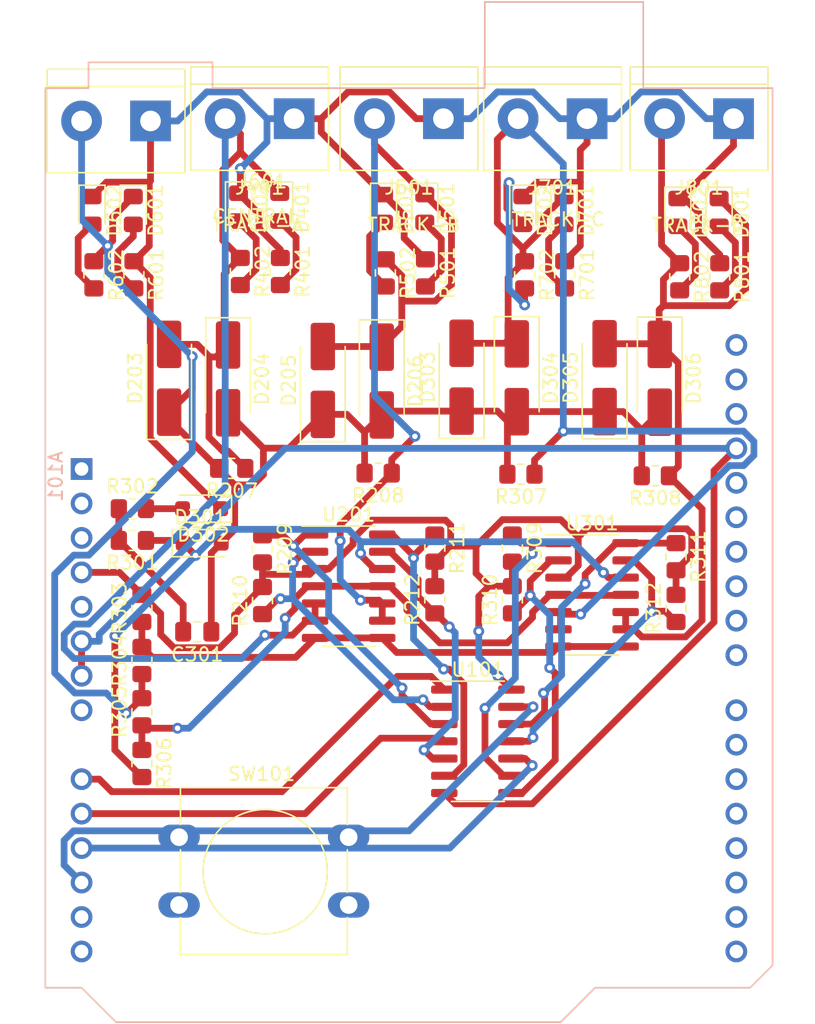
<source format=kicad_pcb>
(kicad_pcb (version 20240108) (generator "pcbnew") (generator_version "8.0")
  (layers (0 "F.Cu" signal) (31 "B.Cu" signal) (34 "B.Paste" user) (35 "F.Paste" user) (36 "B.SilkS" user "B.Silkscreen") (37 "F.SilkS" user "F.Silkscreen") (38 "B.Mask" user) (39 "F.Mask" user) (44 "Edge.Cuts" user))
  (net 0 "")
  (net 3 "+3V3")
  (net 4 "Net-(A101-~{RESET})")
  (net 13 "GND")
  (net 14 "/RAILCOM_D")
  (net 18 "/RAILCOM_C")
  (net 24 "/RAILCOM_A")
  (net 30 "/RAILCOM_B")
  (net 31 "/DCC_CENTRAL1")
  (net 32 "/central_railcom-power-source/DCC_NEG_HALF")
  (net 33 "-750mv")
  (net 34 "/DCC_CENTRAL0")
  (net 35 "Net-(D302-A)")
  (net 36 "+18mV")
  (net 37 "-18mv")
  (net 38 "/RAILCOM_A1")
  (net 39 "/RAILCOM_A0")
  (net 40 "/RAILCOM_B1")
  (net 41 "/RAILCOM_B0")
  (net 42 "/RAILCOM_C1")
  (net 43 "/RAILCOM_C0")
  (net 44 "/RAILCOM_D1")
  (net 45 "/RAILCOM_D0")
  (net 46 "/DCC_TRACK_A0")
  (net 47 "/DCC_TRACK_B0")
  (net 48 "/DCC_TRACK_C0")
  (net 49 "/DCC_TRACK_D0")
  (net 50 "Net-(D401-A)")
  (net 51 "Net-(D402-A)")
  (net 52 "Net-(D501-A)")
  (net 53 "Net-(D502-A)")
  (net 54 "Net-(D601-A)")
  (net 55 "Net-(D602-A)")
  (net 56 "Net-(D701-A)")
  (net 57 "Net-(D702-A)")
  (net 58 "Net-(D801-A)")
  (net 59 "Net-(D802-A)")
  (footprint "Resistor_SMD:R_0805_2012Metric_Pad1.20x1.40mm_HandSolder" (layer "F.Cu") (at 136.16 60.38 -90)
    (property "Reference" "R802")
    (property "Value" "3k3")
  )
  (footprint "Resistor_SMD:R_0805_2012Metric_Pad1.20x1.40mm_HandSolder" (layer "F.Cu") (at 118.11 80.375 -90)
    (property "Reference" "R211")
    (property "Value" "10K")
  )
  (footprint "Resistor_SMD:R_0805_2012Metric_Pad1.20x1.40mm_HandSolder" (layer "F.Cu") (at 113.935 74.85 180)
    (property "Reference" "R208")
    (property "Value" "1R8")
  )
  (footprint "TerminalBlock:TerminalBlock_bornier-2_P5.08mm" (layer "F.Cu") (at 129.33 48.725 180)
    (property "Reference" "J701")
    (property "Value" "Screw_Terminal_01x02")
  )
  (footprint "Resistor_SMD:R_0805_2012Metric_Pad1.20x1.40mm_HandSolder" (layer "F.Cu") (at 95.82 79.81 180)
    (property "Reference" "R301")
    (property "Value" "220R")
  )
  (footprint "Resistor_SMD:R_0805_2012Metric_Pad1.20x1.40mm_HandSolder" (layer "F.Cu") (at 95.82 77.47)
    (property "Reference" "R302")
    (property "Value" "220R")
  )
  (footprint "Package_SO:SOIC-14_3.9x8.7mm_P1.27mm" (layer "F.Cu") (at 111.76 83.185)
    (property "Reference" "U201")
    (property "Value" "LM339")
  )
  (footprint "Resistor_SMD:R_0805_2012Metric_Pad1.20x1.40mm_HandSolder" (layer "F.Cu") (at 96.52 96.25 -90)
    (property "Reference" "R306")
    (property "Value" "33k")
  )
  (footprint "LED_SMD:LED_0805_2012Metric_Pad1.15x1.40mm_HandSolder" (layer "F.Cu") (at 92.845 55.49 -90)
    (property "Reference" "D602")
    (property "Value" "LED")
  )
  (footprint "LED_SMD:LED_0805_2012Metric_Pad1.15x1.40mm_HandSolder" (layer "F.Cu") (at 95.885 55.49 -90)
    (property "Reference" "D601")
    (property "Value" "LED")
  )
  (footprint "Diode_SMD:D_SMA_Handsoldering" (layer "F.Cu") (at 120.085 67.78 90)
    (property "Reference" "D303")
    (property "Value" "SS54")
  )
  (footprint "Diode_SMD:D_SOD-123F" (layer "F.Cu") (at 100.965 80.01)
    (property "Reference" "D301")
    (property "Value" "1N4004")
  )
  (footprint "TerminalBlock:TerminalBlock_bornier-2_P5.08mm" (layer "F.Cu") (at 97.155 48.895 180)
    (property "Reference" "J601")
    (property "Value" "Screw_Terminal_01x02")
  )
  (footprint "LED_SMD:LED_0805_2012Metric_Pad1.15x1.40mm_HandSolder" (layer "F.Cu") (at 124.595 55.49 -90)
    (property "Reference" "D702")
    (property "Value" "LED")
  )
  (footprint "LED_SMD:LED_0805_2012Metric_Pad1.15x1.40mm_HandSolder" (layer "F.Cu") (at 136.025 55.635 -90)
    (property "Reference" "D802")
    (property "Value" "LED")
  )
  (footprint "Resistor_SMD:R_0805_2012Metric_Pad1.20x1.40mm_HandSolder" (layer "F.Cu") (at 135.89 84.82 90)
    (property "Reference" "R312")
    (property "Value" "10K")
  )
  (footprint "Resistor_SMD:R_0805_2012Metric_Pad1.20x1.40mm_HandSolder" (layer "F.Cu") (at 103.14 74.5 180)
    (property "Reference" "R207")
    (property "Value" "1R8")
  )
  (footprint "Resistor_SMD:R_0805_2012Metric_Pad1.20x1.40mm_HandSolder" (layer "F.Cu") (at 124.46 74.93 180)
    (property "Reference" "R307")
    (property "Value" "1R8")
  )
  (footprint "Diode_SMD:D_SMA_Handsoldering" (layer "F.Cu") (at 114.1988 68.065 -90)
    (property "Reference" "D206")
    (property "Value" "SS54")
  )
  (footprint "Resistor_SMD:R_0805_2012Metric_Pad1.20x1.40mm_HandSolder" (layer "F.Cu") (at 95.93 60.235 -90)
    (property "Reference" "R601")
    (property "Value" "3k3")
  )
  (footprint "Resistor_SMD:R_0805_2012Metric_Pad1.20x1.40mm_HandSolder" (layer "F.Cu") (at 96.52 92.44 90)
    (property "Reference" "R305")
    (property "Value" "820R")
  )
  (footprint "Resistor_SMD:R_0805_2012Metric_Pad1.20x1.40mm_HandSolder" (layer "F.Cu") (at 92.98 60.235 -90)
    (property "Reference" "R602")
    (property "Value" "3k3")
  )
  (footprint "TerminalBlock:TerminalBlock_bornier-2_P5.08mm" (layer "F.Cu") (at 107.74 48.725 180)
    (property "Reference" "J401")
    (property "Value" "Screw_Terminal_01x02")
  )
  (footprint "Diode_SMD:D_SOD-123F" (layer "F.Cu") (at 100.92 77.47 180)
    (property "Reference" "D302")
    (property "Value" "1N4004")
  )
  (footprint "TerminalBlock:TerminalBlock_bornier-2_P5.08mm" (layer "F.Cu") (at 140.125 48.725 180)
    (property "Reference" "J801")
    (property "Value" "Screw_Terminal_01x02")
  )
  (footprint "Diode_SMD:D_SMA_Handsoldering" (layer "F.Cu") (at 98.5262 67.86 90)
    (property "Reference" "D203")
    (property "Value" "SS54")
  )
  (footprint "Resistor_SMD:R_0805_2012Metric_Pad1.20x1.40mm_HandSolder" (layer "F.Cu") (at 123.825 80.375 -90)
    (property "Reference" "R309")
    (property "Value" "10K")
  )
  (footprint "Button_Switch_THT:SW_PUSH-12mm" (layer "F.Cu") (at 99.26 101.68)
    (property "Reference" "SW101")
    (property "Value" "SW_Push")
  )
  (footprint "LED_SMD:LED_0805_2012Metric_Pad1.15x1.40mm_HandSolder" (layer "F.Cu") (at 117.3711 55.3479 -90)
    (property "Reference" "D501")
    (property "Value" "LED")
  )
  (footprint "LED_SMD:LED_0805_2012Metric_Pad1.15x1.40mm_HandSolder" (layer "F.Cu") (at 106.68 55.245 -90)
    (property "Reference" "D401")
    (property "Value" "LED")
  )
  (footprint "Resistor_SMD:R_0805_2012Metric_Pad1.20x1.40mm_HandSolder" (layer "F.Cu") (at 139.11 60.38 -90)
    (property "Reference" "R801")
    (property "Value" "3k3")
  )
  (footprint "Diode_SMD:D_SMA_Handsoldering" (layer "F.Cu") (at 102.87 67.905 -90)
    (property "Reference" "D204")
    (property "Value" "SS54")
  )
  (footprint "Resistor_SMD:R_0805_2012Metric_Pad1.20x1.40mm_HandSolder" (layer "F.Cu") (at 114.4661 60.0929 -90)
    (property "Reference" "R502")
    (property "Value" "3k3")
  )
  (footprint "Resistor_SMD:R_0805_2012Metric_Pad1.20x1.40mm_HandSolder" (layer "F.Cu") (at 96.52 84.82 90)
    (property "Reference" "R303")
    (property "Value" "180K")
  )
  (footprint "Resistor_SMD:R_0805_2012Metric_Pad1.20x1.40mm_HandSolder" (layer "F.Cu") (at 123.825 84.185 90)
    (property "Reference" "R310")
    (property "Value" "10K")
  )
  (footprint "LED_SMD:LED_0805_2012Metric_Pad1.15x1.40mm_HandSolder" (layer "F.Cu") (at 127.635 55.49 -90)
    (property "Reference" "D701")
    (property "Value" "LED")
  )
  (footprint "Resistor_SMD:R_0805_2012Metric_Pad1.20x1.40mm_HandSolder" (layer "F.Cu") (at 105.41 80.4318 -90)
    (property "Reference" "R209")
    (property "Value" "10K")
  )
  (footprint "Diode_SMD:D_SMA_Handsoldering" (layer "F.Cu") (at 109.855 68.02 90)
    (property "Reference" "D205")
    (property "Value" "SS54")
  )
  (footprint "Resistor_SMD:R_0805_2012Metric_Pad1.20x1.40mm_HandSolder" (layer "F.Cu") (at 103.775 59.99 -90)
    (property "Reference" "R402")
    (property "Value" "3k3")
  )
  (footprint "Resistor_SMD:R_0805_2012Metric_Pad1.20x1.40mm_HandSolder" (layer "F.Cu") (at 127.68 60.235 -90)
    (property "Reference" "R701")
    (property "Value" "3k3")
  )
  (footprint "Diode_SMD:D_SMA_Handsoldering" (layer "F.Cu") (at 124.15 67.825 -90)
    (property "Reference" "D304")
    (property "Value" "SS54")
  )
  (footprint "TerminalBlock:TerminalBlock_bornier-2_P5.08mm" (layer "F.Cu") (at 118.745 48.725 180)
    (property "Reference" "J501")
    (property "Value" "Screw_Terminal_01x02")
  )
  (footprint "Capacitor_SMD:C_0805_2012Metric_Pad1.18x1.45mm_HandSolder" (layer "F.Cu") (at 100.6 86.54 180)
    (property "Reference" "C301")
    (property "Value" "47uF")
  )
  (footprint "Resistor_SMD:R_0805_2012Metric_Pad1.20x1.40mm_HandSolder" (layer "F.Cu") (at 96.52 88.66 90)
    (property "Reference" "R304")
    (property "Value" "1K")
  )
  (footprint "Resistor_SMD:R_0805_2012Metric_Pad1.20x1.40mm_HandSolder" (layer "F.Cu") (at 117.4161 60.0929 -90)
    (property "Reference" "R501")
    (property "Value" "3k3")
  )
  (footprint "LED_SMD:LED_0805_2012Metric_Pad1.15x1.40mm_HandSolder" (layer "F.Cu") (at 114.3311 55.3479 -90)
    (property "Reference" "D502")
    (property "Value" "LED")
  )
  (footprint "Diode_SMD:D_SMA_Handsoldering" (layer "F.Cu") (at 134.69 67.86 -90)
    (property "Reference" "D306")
    (property "Value" "SS54")
  )
  (footprint "Resistor_SMD:R_0805_2012Metric_Pad1.20x1.40mm_HandSolder" (layer "F.Cu") (at 118.11 84.185 90)
    (property "Reference" "R212")
    (property "Value" "10K")
  )
  (footprint "Package_SO:SOIC-14_3.9x8.7mm_P1.27mm" (layer "F.Cu") (at 129.7 83.82)
    (property "Reference" "U301")
    (property "Value" "LM339")
  )
  (footprint "Resistor_SMD:R_0805_2012Metric_Pad1.20x1.40mm_HandSolder" (layer "F.Cu") (at 135.89 81.01 -90)
    (property "Reference" "R311")
    (property "Value" "10K")
  )
  (footprint "Resistor_SMD:R_0805_2012Metric_Pad1.20x1.40mm_HandSolder" (layer "F.Cu") (at 105.41 84.2418 90)
    (property "Reference" "R210")
    (property "Value" "10K")
  )
  (footprint "Package_SO:SOIC-14_3.9x8.7mm_P1.27mm" (layer "F.Cu") (at 121.285 94.615)
    (property "Reference" "U101")
    (property "Value" "74HC02")
  )
  (footprint "LED_SMD:LED_0805_2012Metric_Pad1.15x1.40mm_HandSolder" (layer "F.Cu") (at 139.065 55.635 -90)
    (property "Reference" "D801")
    (property "Value" "LED")
  )
  (footprint "Resistor_SMD:R_0805_2012Metric_Pad1.20x1.40mm_HandSolder" (layer "F.Cu") (at 124.73 60.235 -90)
    (property "Reference" "R702")
    (property "Value" "3k3")
  )
  (footprint "LED_SMD:LED_0805_2012Metric_Pad1.15x1.40mm_HandSolder" (layer "F.Cu") (at 103.64 55.245 -90)
    (property "Reference" "D402")
    (property "Value" "LED")
  )
  (footprint "Diode_SMD:D_SMA_Handsoldering" (layer "F.Cu") (at 130.625 67.815 90)
    (property "Reference" "D305")
    (property "Value" "SS54")
  )
  (footprint "Resistor_SMD:R_0805_2012Metric_Pad1.20x1.40mm_HandSolder" (layer "F.Cu") (at 106.725 59.99 -90)
    (property "Reference" "R401")
    (property "Value" "3k3")
  )
  (footprint "Resistor_SMD:R_0805_2012Metric_Pad1.20x1.40mm_HandSolder" (layer "F.Cu") (at 134.365 75.0462 180)
    (property "Reference" "R308")
    (property "Value" "1R8")
  )
  (footprint "Module:Arduino_UNO_R3" (layer "B.Cu") (at 92.075 74.545 -90)
    (property "Reference" "A101")
    (property "Value" "Arduino_UNO_R3")
  )
  (gr_text "TRACK-B" (at 113.03 57.15 0) (layer "F.SilkS") (effects (font (size 1 1)) (justify left bottom)))
  (gr_text "CENTRAL" (at 101.6 56.515 0) (layer "F.SilkS") (effects (font (size 1 1)) (justify left bottom)))
  (gr_text "TRACK-C" (at 123.669 56.7373 0) (layer "F.SilkS") (effects (font (size 1 1)) (justify left bottom)))
  (gr_text "TRACK-D" (at 133.985 57.15 0) (layer "F.SilkS") (effects (font (size 1 1)) (justify left bottom)))
  (gr_text "TRACK-A" (at 101.6 57.15 0) (layer "F.SilkS") (effects (font (size 1 1)) (justify left bottom)))
  (segment (start 137.0489 79.3238) (end 136.6788 78.9537) (width 0.5) (layer "F.Cu") (net 3))
  (segment (start 109.285 81.915) (end 110.2734 81.915) (width 0.5) (layer "F.Cu") (net 3))
  (segment (start 119.2811 80.2039) (end 119.308 80.2308) (width 0.5) (layer "F.Cu") (net 3))
  (segment (start 119.2811 78.697) (end 119.2811 80.2039) (width 0.5) (layer "F.Cu") (net 3))
  (segment (start 135.89 82.01) (end 137.0489 80.8511) (width 0.5) (layer "F.Cu") (net 3))
  (segment (start 97.9033 85.2033) (end 97.9033 86.7426) (width 0.5) (layer "F.Cu") (net 3))
  (segment (start 109.285 81.915) (end 108.8885 82.3115) (width 0.5) (layer "F.Cu") (net 3))
  (segment (start 127.7899 82.55) (end 127.225 82.55) (width 0.5) (layer "F.Cu") (net 3))
  (segment (start 113.4588 78.3168) (end 118.9009 78.3168) (width 0.5) (layer "F.Cu") (net 3))
  (segment (start 135.89 83.82) (end 135.89 82.01) (width 0.5) (layer "F.Cu") (net 3))
  (segment (start 118.11 81.375) (end 118.11 83.185) (width 0.5) (layer "F.Cu") (net 3))
  (segment (start 96.52 83.82) (end 97.9033 85.2033) (width 0.5) (layer "F.Cu") (net 3))
  (segment (start 105.41 82.3115) (end 105.41 81.4318) (width 0.5) (layer "F.Cu") (net 3))
  (segment (start 137.0489 80.8511) (end 137.0489 79.3238) (width 0.5) (layer "F.Cu") (net 3))
  (segment (start 112.0864 80.102) (end 112.0864 79.6892) (width 0.5) (layer "F.Cu") (net 3))
  (segment (start 129.3004 78.9537) (end 128.6821 79.572) (width 0.5) (layer "F.Cu") (net 3))
  (segment (start 128.6821 79.572) (end 128.6821 81.6578) (width 0.5) (layer "F.Cu") (net 3))
  (segment (start 119.308 80.2308) (end 121.1483 80.2308) (width 0.5) (layer "F.Cu") (net 3))
  (segment (start 112.0864 79.6892) (end 113.4588 78.3168) (width 0.5) (layer "F.Cu") (net 3))
  (segment (start 122.1027 83.185) (end 123.825 83.185) (width 0.5) (layer "F.Cu") (net 3))
  (segment (start 123.1 78.2791) (end 121.1483 80.2308) (width 0.5) (layer "F.Cu") (net 3))
  (segment (start 102.2725 87.7196) (end 103.3494 86.6427) (width 0.5) (layer "F.Cu") (net 3))
  (segment (start 128.6821 79.572) (end 127.3892 78.2791) (width 0.5) (layer "F.Cu") (net 3))
  (segment (start 108.8885 82.3115) (end 105.41 82.3115) (width 0.5) (layer "F.Cu") (net 3))
  (segment (start 98.8803 87.7196) (end 102.2725 87.7196) (width 0.5) (layer "F.Cu") (net 3))
  (segment (start 119.2811 80.2039) (end 118.11 81.375) (width 0.5) (layer "F.Cu") (net 3))
  (segment (start 97.9033 86.7426) (end 98.8803 87.7196) (width 0.5) (layer "F.Cu") (net 3))
  (segment (start 110.2734 81.915) (end 112.0864 80.102) (width 0.5) (layer "F.Cu") (net 3))
  (segment (start 92.075 82.165) (end 94.865 82.165) (width 0.5) (layer "F.Cu") (net 3))
  (segment (start 121.349 83.9387) (end 121.349 86.5059) (width 0.5) (layer "F.Cu") (net 3))
  (segment (start 103.3494 85.3024) (end 105.41 83.2418) (width 0.5) (layer "F.Cu") (net 3))
  (segment (start 123.76 90.805) (end 122.7713 89.8163) (width 0.5) (layer "F.Cu") (net 3))
  (segment (start 122.1027 83.185) (end 121.349 83.9387) (width 0.5) (layer "F.Cu") (net 3))
  (segment (start 105.41 83.2418) (end 105.41 82.3115) (width 0.5) (layer "F.Cu") (net 3))
  (segment (start 103.3494 86.6427) (end 103.3494 85.3024) (width 0.5) (layer "F.Cu") (net 3))
  (segment (start 121.1483 80.2308) (end 121.1483 82.2306) (width 0.5) (layer "F.Cu") (net 3))
  (segment (start 118.9009 78.3168) (end 119.2811 78.697) (width 0.5) (layer "F.Cu") (net 3))
  (segment (start 128.6821 81.6578) (end 127.7899 82.55) (width 0.5) (layer "F.Cu") (net 3))
  (segment (start 121.1483 82.2306) (end 122.1027 83.185) (width 0.5) (layer "F.Cu") (net 3))
  (segment (start 94.865 82.165) (end 96.52 83.82) (width 0.5) (layer "F.Cu") (net 3))
  (segment (start 123.825 83.185) (end 123.825 81.375) (width 0.5) (layer "F.Cu") (net 3))
  (segment (start 136.6788 78.9537) (end 129.3004 78.9537) (width 0.5) (layer "F.Cu") (net 3))
  (segment (start 127.3892 78.2791) (end 123.1 78.2791) (width 0.5) (layer "F.Cu") (net 3))
  (via (at 121.349 86.5059) (size 0.8) (drill 0.4) (layers "F.Cu" "B.Cu") (net 3))
  (via (at 122.7713 89.8163) (size 0.8) (drill 0.4) (layers "F.Cu" "B.Cu") (net 3))
  (segment (start 121.349 86.5059) (end 121.349 88.394) (width 0.5) (layer "B.Cu") (net 3))
  (segment (start 121.349 88.394) (end 122.7713 89.8163) (width 0.5) (layer "B.Cu") (net 3))
  (segment (start 140.335 73.025) (end 138.6889 74.6711) (width 0.5) (layer "F.Cu") (net 13))
  (segment (start 92.075 87.245) (end 92.075 89.785) (width 0.5) (layer "F.Cu") (net 13))
  (segment (start 138.6889 85.8346) (end 125.3021 99.2214) (width 0.5) (layer "F.Cu") (net 13))
  (segment (start 119.6064 99.2214) (end 118.81 98.425) (width 0.5) (layer "F.Cu") (net 13))
  (segment (start 138.6889 74.6711) (end 138.6889 85.8346) (width 0.5) (layer "F.Cu") (net 13))
  (segment (start 125.3021 99.2214) (end 119.6064 99.2214) (width 0.5) (layer "F.Cu") (net 13))
  (segment (start 92.075 87.245) (end 93.375 87.245) (width 0.5) (layer "B.Cu") (net 13))
  (segment (start 93.375 86.7294) (end 93.375 87.245) (width 0.5) (layer "B.Cu") (net 13))
  (segment (start 107.0794 73.025) (end 93.375 86.7294) (width 0.5) (layer "B.Cu") (net 13))
  (segment (start 140.335 73.025) (end 107.0794 73.025) (width 0.5) (layer "B.Cu") (net 13))
  (segment (start 123.76 92.075) (end 125.3502 92.075) (width 0.5) (layer "F.Cu") (net 14))
  (via (at 125.3502 92.075) (size 0.8) (drill 0.4) (layers "F.Cu" "B.Cu") (net 14))
  (segment (start 116.2102 101.215) (end 125.3502 92.075) (width 0.5) (layer "B.Cu") (net 14))
  (segment (start 92.075 105.025) (end 90.7858 103.7358) (width 0.5) (layer "B.Cu") (net 14))
  (segment (start 90.7858 101.9142) (end 91.485 101.215) (width 0.5) (layer "B.Cu") (net 14))
  (segment (start 90.7858 103.7358) (end 90.7858 101.9142) (width 0.5) (layer "B.Cu") (net 14))
  (segment (start 91.485 101.215) (end 116.2102 101.215) (width 0.5) (layer "B.Cu") (net 14))
  (segment (start 124.7737 95.885) (end 125.2901 96.4014) (width 0.5) (layer "F.Cu") (net 18))
  (segment (start 123.76 95.885) (end 124.7737 95.885) (width 0.5) (layer "F.Cu") (net 18))
  (via (at 125.2901 96.4014) (size 0.8) (drill 0.4) (layers "F.Cu" "B.Cu") (net 18))
  (segment (start 92.075 102.485) (end 119.2065 102.485) (width 0.5) (layer "B.Cu") (net 18))
  (segment (start 119.2065 102.485) (end 125.2901 96.4014) (width 0.5) (layer "B.Cu") (net 18))
  (segment (start 106.8457 98.3256) (end 94.2956 98.3256) (width 0.5) (layer "F.Cu") (net 24))
  (segment (start 118.81 90.805) (end 117.8368 89.8318) (width 0.5) (layer "F.Cu") (net 24))
  (segment (start 117.8368 89.8318) (end 115.3395 89.8318) (width 0.5) (layer "F.Cu") (net 24))
  (segment (start 94.2956 98.3256) (end 93.375 97.405) (width 0.5) (layer "F.Cu") (net 24))
  (segment (start 92.075 97.405) (end 93.375 97.405) (width 0.5) (layer "F.Cu") (net 24))
  (segment (start 115.3395 89.8318) (end 106.8457 98.3256) (width 0.5) (layer "F.Cu") (net 24))
  (segment (start 114.1146 94.3882) (end 118.5832 94.3882) (width 0.5) (layer "F.Cu") (net 30))
  (segment (start 92.075 99.945) (end 108.5578 99.945) (width 0.5) (layer "F.Cu") (net 30))
  (segment (start 118.5832 94.3882) (end 118.81 94.615) (width 0.5) (layer "F.Cu") (net 30))
  (segment (start 108.5578 99.945) (end 114.1146 94.3882) (width 0.5) (layer "F.Cu") (net 30))
  (segment (start 125.6469 53.4131) (end 128.8325 53.4131) (width 0.5) (layer "F.Cu") (net 31))
  (segment (start 115.8511 57.5279) (end 115.8511 55.8429) (width 0.5) (layer "F.Cu") (net 31))
  (segment (start 128.8325 51.0225) (end 128.8325 53.4131) (width 0.5) (layer "F.Cu") (net 31))
  (segment (start 107.74 48.725) (end 109.74 48.725) (width 0.5) (layer "F.Cu") (net 31))
  (segment (start 97.155 53.3127) (end 97.0625 53.4052) (width 0.5) (layer "F.Cu") (net 31))
  (segment (start 109.74 49.7318) (end 109.74 48.725) (width 0.5) (layer "F.Cu") (net 31))
  (segment (start 128.8325 53.4131) (end 128.8325 58.0825) (width 0.5) (layer "F.Cu") (net 31))
  (segment (start 97.0625 53.4052) (end 93.9048 53.4052) (width 0.5) (layer "F.Cu") (net 31))
  (segment (start 137.545 57.1897) (end 137.545 55.6338) (width 0.5) (layer "F.Cu") (net 31))
  (segment (start 106.725 58.377) (end 105.16 56.812) (width 0.5) (layer "F.Cu") (net 31))
  (segment (start 97.155 48.895) (end 97.155 50.61) (width 0.5) (layer "F.Cu") (net 31))
  (segment (start 97.0625 53.4052) (end 97.0625 58.1025) (width 0.5) (layer "F.Cu") (net 31))
  (segment (start 115.8511 55.8429) (end 114.3311 54.3229) (width 0.5) (layer "F.Cu") (net 31))
  (segment (start 139.11 58.7547) (end 137.545 57.1897) (width 0.5) (layer "F.Cu") (net 31))
  (segment (start 102.32 77.47) (end 97.1339 72.2839) (width 0.5) (layer "F.Cu") (net 31))
  (segment (start 118.745 48.725) (end 116.745 48.725) (width 0.5) (layer "F.Cu") (net 31))
  (segment (start 129.33 50.525) (end 128.8325 51.0225) (width 0.5) (layer "F.Cu") (net 31))
  (segment (start 136.3806 54.4694) (end 140.125 50.725) (width 0.5) (layer "F.Cu") (net 31))
  (segment (start 97.155 50.61) (end 97.155 53.3127) (width 0.5) (layer "F.Cu") (net 31))
  (segment (start 103.7749 54.0851) (end 103.7749 52.4107) (width 0.5) (layer "F.Cu") (net 31))
  (segment (start 109.74 48.725) (end 111.7098 46.7552) (width 0.5) (layer "F.Cu") (net 31))
  (segment (start 117.4161 59.0929) (end 115.8511 57.5279) (width 0.5) (layer "F.Cu") (net 31))
  (segment (start 97.1339 60.4389) (end 95.93 59.235) (width 0.5) (layer "F.Cu") (net 31))
  (segment (start 136.1656 54.4694) (end 136.025 54.61) (width 0.5) (layer "F.Cu") (net 31))
  (segment (start 106.725 58.99) (end 106.725 58.377) (width 0.5) (layer "F.Cu") (net 31))
  (segment (start 124.595 54.465) (end 125.6469 53.4131) (width 0.5) (layer "F.Cu") (net 31))
  (segment (start 105.16 55.74) (end 103.64 54.22) (width 0.5) (layer "F.Cu") (net 31))
  (segment (start 105.16 56.812) (end 105.16 55.74) (width 0.5) (layer "F.Cu") (net 31))
  (segment (start 128.8325 58.0825) (end 127.68 59.235) (width 0.5) (layer "F.Cu") (net 31))
  (segment (start 114.7752 46.7552) (end 116.745 48.725) (width 0.5) (layer "F.Cu") (net 31))
  (segment (start 97.0625 58.1025) (end 95.93 59.235) (width 0.5) (layer "F.Cu") (net 31))
  (segment (start 140.125 48.725) (end 140.125 50.725) (width 0.5) (layer "F.Cu") (net 31))
  (segment (start 111.7098 46.7552) (end 114.7752 46.7552) (width 0.5) (layer "F.Cu") (net 31))
  (segment (start 129.33 48.725) (end 129.33 50.525) (width 0.5) (layer "F.Cu") (net 31))
  (segment (start 97.1339 72.2839) (end 97.1339 60.4389) (width 0.5) (layer "F.Cu") (net 31))
  (segment (start 139.11 59.38) (end 139.11 58.7547) (width 0.5) (layer "F.Cu") (net 31))
  (segment (start 103.64 54.22) (end 103.7749 54.0851) (width 0.5) (layer "F.Cu") (net 31))
  (segment (start 137.545 55.6338) (end 136.3806 54.4694) (width 0.5) (layer "F.Cu") (net 31))
  (segment (start 114.3311 54.3229) (end 109.74 49.7318) (width 0.5) (layer "F.Cu") (net 31))
  (segment (start 136.3806 54.4694) (end 136.1656 54.4694) (width 0.5) (layer "F.Cu") (net 31))
  (segment (start 93.9048 53.4052) (end 92.845 54.465) (width 0.5) (layer "F.Cu") (net 31))
  (via (at 103.7749 52.4107) (size 0.8) (drill 0.4) (layers "F.Cu" "B.Cu") (net 31))
  (segment (start 99.155 48.895) (end 101.2948 46.7552) (width 0.5) (layer "B.Cu") (net 31))
  (segment (start 105.74 50.4456) (end 105.74 48.725) (width 0.5) (layer "B.Cu") (net 31))
  (segment (start 103.7702 46.7552) (end 105.74 48.725) (width 0.5) (layer "B.Cu") (net 31))
  (segment (start 103.7749 52.4107) (end 105.74 50.4456) (width 0.5) (layer "B.Cu") (net 31))
  (segment (start 133.2998 46.7552) (end 136.1552 46.7552) (width 0.5) (layer "B.Cu") (net 31))
  (segment (start 131.33 48.725) (end 133.2998 46.7552) (width 0.5) (layer "B.Cu") (net 31))
  (segment (start 101.2948 46.7552) (end 103.7702 46.7552) (width 0.5) (layer "B.Cu") (net 31))
  (segment (start 136.1552 46.7552) (end 138.125 48.725) (width 0.5) (layer "B.Cu") (net 31))
  (segment (start 129.33 48.725) (end 127.33 48.725) (width 0.5) (layer "B.Cu") (net 31))
  (segment (start 129.33 48.725) (end 131.33 48.725) (width 0.5) (layer "B.Cu") (net 31))
  (segment (start 125.3602 46.7552) (end 127.33 48.725) (width 0.5) (layer "B.Cu") (net 31))
  (segment (start 118.745 48.725) (end 120.745 48.725) (width 0.5) (layer "B.Cu") (net 31))
  (segment (start 97.155 48.895) (end 99.155 48.895) (width 0.5) (layer "B.Cu") (net 31))
  (segment (start 122.7148 46.7552) (end 125.3602 46.7552) (width 0.5) (layer "B.Cu") (net 31))
  (segment (start 107.74 48.725) (end 105.74 48.725) (width 0.5) (layer "B.Cu") (net 31))
  (segment (start 140.125 48.725) (end 138.125 48.725) (width 0.5) (layer "B.Cu") (net 31))
  (segment (start 120.745 48.725) (end 122.7148 46.7552) (width 0.5) (layer "B.Cu") (net 31))
  (segment (start 94.82 79.81) (end 94.82 77.47) (width 0.5) (layer "F.Cu") (net 32))
  (segment (start 99.5625 84.5525) (end 94.82 79.81) (width 0.5) (layer "F.Cu") (net 32))
  (segment (start 99.5625 86.54) (end 99.5625 84.5525) (width 0.5) (layer "F.Cu") (net 32))
  (segment (start 94.5261 95.2561) (end 96.52 97.25) (width 0.5) (layer "F.Cu") (net 33))
  (segment (start 132.175 82.55) (end 130.9052 82.55) (width 0.5) (layer "F.Cu") (net 33))
  (segment (start 100.4709 80.9159) (end 99.565 80.01) (width 0.5) (layer "F.Cu") (net 33))
  (segment (start 94.5261 86.8607) (end 94.5261 95.2561) (width 0.5) (layer "F.Cu") (net 33))
  (segment (start 130.9052 82.55) (end 130.5352 82.18) (width 0.5) (layer "F.Cu") (net 33))
  (segment (start 114.235 81.915) (end 113.669 81.915) (width 0.5) (layer "F.Cu") (net 33))
  (segment (start 99.365 79.81) (end 99.565 80.01) (width 0.5) (layer "F.Cu") (net 33))
  (segment (start 112.6379 80.8839) (end 112.6379 80.7552) (width 0.5) (layer "F.Cu") (net 33))
  (segment (start 113.669 81.915) (end 112.6379 80.8839) (width 0.5) (layer "F.Cu") (net 33))
  (segment (start 96.82 79.81) (end 99.365 79.81) (width 0.5) (layer "F.Cu") (net 33))
  (via (at 112.6379 80.7552) (size 0.8) (drill 0.4) (layers "F.Cu" "B.Cu") (net 33))
  (via (at 94.5261 86.8607) (size 0.8) (drill 0.4) (layers "F.Cu" "B.Cu") (net 33))
  (via (at 100.4709 80.9159) (size 0.8) (drill 0.4) (layers "F.Cu" "B.Cu") (net 33))
  (via (at 130.5352 82.18) (size 0.8) (drill 0.4) (layers "F.Cu" "B.Cu") (net 33))
  (segment (start 128.2635 79.9083) (end 130.5352 82.18) (width 0.5) (layer "B.Cu") (net 33))
  (segment (start 100.4709 80.9159) (end 102.394 78.9928) (width 0.5) (layer "B.Cu") (net 33))
  (segment (start 112.6379 79.9083) (end 112.6379 80.7552) (width 0.5) (layer "B.Cu") (net 33))
  (segment (start 102.394 78.9928) (end 111.7224 78.9928) (width 0.5) (layer "B.Cu") (net 33))
  (segment (start 112.6379 79.9083) (end 128.2635 79.9083) (width 0.5) (layer "B.Cu") (net 33))
  (segment (start 100.4709 80.9159) (end 94.5261 86.8607) (width 0.5) (layer "B.Cu") (net 33))
  (segment (start 111.7224 78.9928) (end 112.6379 79.9083) (width 0.5) (layer "B.Cu") (net 33))
  (segment (start 134.69 70.36) (end 133.365 71.685) (width 0.5) (layer "F.Cu") (net 34))
  (segment (start 102.365 80.01) (end 103.3588 79.0162) (width 0.5) (layer "F.Cu") (net 34))
  (segment (start 101.6375 86.54) (end 101.6375 80.7375) (width 0.5) (layer "F.Cu") (net 34))
  (segment (start 123.46 71.015) (end 123.46 74.93) (width 0.5) (layer "F.Cu") (net 34))
  (segment (start 109.855 70.52) (end 111.6262 70.52) (width 0.5) (layer "F.Cu") (net 34))
  (segment (start 111.6262 70.52) (end 112.935 71.8288) (width 0.5) (layer "F.Cu") (net 34))
  (segment (start 133.365 71.685) (end 133.365 75.0462) (width 0.5) (layer "F.Cu") (net 34))
  (segment (start 92.98 59.235) (end 92.98 59.1104) (width 0.5) (layer "F.Cu") (net 34))
  (segment (start 114.4838 70.28) (end 120.085 70.28) (width 0.5) (layer "F.Cu") (net 34))
  (segment (start 105.4768 73.0118) (end 107.3632 73.0118) (width 0.5) (layer "F.Cu") (net 34))
  (segment (start 92.98 59.1104) (end 93.9938 58.0966) (width 0.5) (layer "F.Cu") (net 34))
  (segment (start 95.4167 92.5433) (end 96.52 91.44) (width 0.5) (layer "F.Cu") (net 34))
  (segment (start 103.3588 75.7188) (end 104.7196 75.7188) (width 0.5) (layer "F.Cu") (net 34))
  (segment (start 98.5262 70.8862) (end 102.14 74.5) (width 0.5) (layer "F.Cu") (net 34))
  (segment (start 107.3632 73.0118) (end 109.855 70.52) (width 0.5) (layer "F.Cu") (net 34))
  (segment (start 122.725 70.28) (end 123.46 71.015) (width 0.5) (layer "F.Cu") (net 34))
  (segment (start 103.3588 79.0162) (end 103.3588 75.7188) (width 0.5) (layer "F.Cu") (net 34))
  (segment (start 112.935 71.8288) (end 114.1988 70.565) (width 0.5) (layer "F.Cu") (net 34))
  (segment (start 102.87 70.405) (end 105.4768 73.0118) (width 0.5) (layer "F.Cu") (net 34))
  (segment (start 104.7196 75.7188) (end 105.4768 74.9616) (width 0.5) (layer "F.Cu") (net 34))
  (segment (start 105.4768 74.9616) (end 105.4768 73.0118) (width 0.5) (layer "F.Cu") (net 34))
  (segment (start 100.2291 68.6571) (end 98.5262 70.36) (width 0.5) (layer "F.Cu") (net 34))
  (segment (start 98.5262 70.36) (end 98.5262 70.8862) (width 0.5) (layer "F.Cu") (net 34))
  (segment (start 96.52 89.66) (end 96.52 91.44) (width 0.5) (layer "F.Cu") (net 34))
  (segment (start 100.2291 66.2587) (end 100.2291 68.6571) (width 0.5) (layer "F.Cu") (net 34))
  (segment (start 93.9938 58.0966) (end 94.365 57.7254) (width 0.5) (layer "F.Cu") (net 34))
  (segment (start 120.085 70.28) (end 122.725 70.28) (width 0.5) (layer "F.Cu") (net 34))
  (segment (start 95.3778 92.5433) (end 95.4167 92.5433) (width 0.5) (layer "F.Cu") (net 34))
  (segment (start 94.365 55.985) (end 95.885 54.465) (width 0.5) (layer "F.Cu") (net 34))
  (segment (start 112.935 71.8288) (end 112.935 74.85) (width 0.5) (layer "F.Cu") (net 34))
  (segment (start 103.3588 75.7188) (end 102.14 74.5) (width 0.5) (layer "F.Cu") (net 34))
  (segment (start 131.995 70.315) (end 130.625 70.315) (width 0.5) (layer "F.Cu") (net 34))
  (segment (start 133.365 71.685) (end 131.995 70.315) (width 0.5) (layer "F.Cu") (net 34))
  (segment (start 101.6375 80.7375) (end 102.365 80.01) (width 0.5) (layer "F.Cu") (net 34))
  (segment (start 114.1988 70.565) (end 114.4838 70.28) (width 0.5) (layer "F.Cu") (net 34))
  (segment (start 130.625 70.315) (end 124.16 70.315) (width 0.5) (layer "F.Cu") (net 34))
  (segment (start 124.15 70.325) (end 123.46 71.015) (width 0.5) (layer "F.Cu") (net 34))
  (segment (start 94.365 57.7254) (end 94.365 55.985) (width 0.5) (layer "F.Cu") (net 34))
  (segment (start 124.16 70.315) (end 124.15 70.325) (width 0.5) (layer "F.Cu") (net 34))
  (via (at 100.2291 66.2587) (size 0.8) (drill 0.4) (layers "F.Cu" "B.Cu") (net 34))
  (via (at 93.9938 58.0966) (size 0.8) (drill 0.4) (layers "F.Cu" "B.Cu") (net 34))
  (via (at 95.3778 92.5433) (size 0.8) (drill 0.4) (layers "F.Cu" "B.Cu") (net 34))
  (segment (start 91.5002 80.895) (end 90.0925 82.3027) (width 0.5) (layer "B.Cu") (net 34))
  (segment (start 93.9938 58.0966) (end 92.075 56.1778) (width 0.5) (layer "B.Cu") (net 34))
  (segment (start 90.0925 89.5734) (end 91.5741 91.055) (width 0.5) (layer "B.Cu") (net 34))
  (segment (start 100.2291 66.2587) (end 100.2291 73.2709) (width 0.5) (layer "B.Cu") (net 34))
  (segment (start 90.0925 82.3027) (end 90.0925 89.5734) (width 0.5) (layer "B.Cu") (net 34))
  (segment (start 91.5741 91.055) (end 93.8895 91.055) (width 0.5) (layer "B.Cu") (net 34))
  (segment (start 100.2291 66.2587) (end 93.9938 60.0234) (width 0.5) (layer "B.Cu") (net 34))
  (segment (start 93.9938 60.0234) (end 93.9938 58.0966) (width 0.5) (layer "B.Cu") (net 34))
  (segment (start 93.8895 91.055) (end 95.3778 92.5433) (width 0.5) (layer "B.Cu") (net 34))
  (segment (start 92.605 80.895) (end 91.5002 80.895) (width 0.5) (layer "B.Cu") (net 34))
  (segment (start 92.075 56.1778) (end 92.075 48.895) (width 0.5) (layer "B.Cu") (net 34))
  (segment (start 100.2291 73.2709) (end 92.605 80.895) (width 0.5) (layer "B.Cu") (net 34))
  (segment (start 99.52 77.47) (end 96.82 77.47) (width 0.5) (layer "F.Cu") (net 35))
  (segment (start 132.175 87.63) (end 127.225 87.63) (width 0.5) (layer "F.Cu") (net 36))
  (segment (start 107.8501 88.4299) (end 109.285 86.995) (width 0.5) (layer "F.Cu") (net 36))
  (segment (start 97.2899 88.4299) (end 107.8501 88.4299) (width 0.5) (layer "F.Cu") (net 36))
  (segment (start 115.305 88.065) (end 126.79 88.065) (width 0.5) (layer "F.Cu") (net 36))
  (segment (start 96.52 87.66) (end 97.2899 88.4299) (width 0.5) (layer "F.Cu") (net 36))
  (segment (start 126.79 88.065) (end 127.225 87.63) (width 0.5) (layer "F.Cu") (net 36))
  (segment (start 114.235 86.995) (end 115.305 88.065) (width 0.5) (layer "F.Cu") (net 36))
  (segment (start 109.285 86.995) (end 114.235 86.995) (width 0.5) (layer "F.Cu") (net 36))
  (segment (start 96.52 85.82) (end 96.52 87.66) (width 0.5) (layer "F.Cu") (net 36))
  (segment (start 116.0537 84.9372) (end 118.4742 87.3577) (width 0.5) (layer "F.Cu") (net 37))
  (segment (start 127.225 83.82) (end 127.2649 83.8599) (width 0.5) (layer "F.Cu") (net 37))
  (segment (start 96.52 93.6524) (end 96.52 95.25) (width 0.5) (layer "F.Cu") (net 37))
  (segment (start 114.8065 83.185) (end 116.0537 84.4322) (width 0.5) (layer "F.Cu") (net 37))
  (segment (start 132.1351 83.8599) (end 132.175 83.82) (width 0.5) (layer "F.Cu") (net 37))
  (segment (start 125.3124 85.4989) (end 125.3124 85.0971) (width 0.5) (layer "F.Cu") (net 37))
  (segment (start 107.7959 84.8368) (end 107.7959 84.102) (width 0.5) (layer "F.Cu") (net 37))
  (segment (start 123.4536 87.3577) (end 125.3124 85.4989) (width 0.5) (layer "F.Cu") (net 37))
  (segment (start 126.5895 83.82) (end 127.225 83.82) (width 0.5) (layer "F.Cu") (net 37))
  (segment (start 108.7129 83.185) (end 109.285 83.185) (width 0.5) (layer "F.Cu") (net 37))
  (segment (start 96.52 93.6524) (end 99.1473 93.6524) (width 0.5) (layer "F.Cu") (net 37))
  (segment (start 125.3124 85.0971) (end 126.5895 83.82) (width 0.5) (layer "F.Cu") (net 37))
  (segment (start 107.0792 85.5535) (end 107.7959 84.8368) (width 0.5) (layer "F.Cu") (net 37))
  (segment (start 96.52 93.44) (end 96.52 93.6524) (width 0.5) (layer "F.Cu") (net 37))
  (segment (start 116.0537 84.4322) (end 116.0537 84.9372) (width 0.5) (layer "F.Cu") (net 37))
  (segment (start 118.4742 87.3577) (end 123.4536 87.3577) (width 0.5) (layer "F.Cu") (net 37))
  (segment (start 127.2649 83.8599) (end 132.1351 83.8599) (width 0.5) (layer "F.Cu") (net 37))
  (segment (start 114.235 83.185) (end 109.285 83.185) (width 0.5) (layer "F.Cu") (net 37))
  (segment (start 107.7959 84.102) (end 108.7129 83.185) (width 0.5) (layer "F.Cu") (net 37))
  (segment (start 114.235 83.185) (end 114.8065 83.185) (width 0.5) (layer "F.Cu") (net 37))
  (via (at 107.0792 85.5535) (size 0.8) (drill 0.4) (layers "F.Cu" "B.Cu") (net 37))
  (via (at 99.1473 93.6524) (size 0.8) (drill 0.4) (layers "F.Cu" "B.Cu") (net 37))
  (segment (start 99.1473 93.6524) (end 99.9902 93.6524) (width 0.5) (layer "B.Cu") (net 37))
  (segment (start 107.0792 86.5634) (end 107.0792 85.5535) (width 0.5) (layer "B.Cu") (net 37))
  (segment (start 99.9902 93.6524) (end 107.0792 86.5634) (width 0.5) (layer "B.Cu") (net 37))
  (segment (start 105.41 79.4318) (end 106.9073 79.4318) (width 0.5) (layer "F.Cu") (net 38))
  (segment (start 118.81 93.345) (end 117.8177 93.345) (width 0.5) (layer "F.Cu") (net 38))
  (segment (start 107.6899 80.2324) (end 107.6899 80.2144) (width 0.5) (layer "F.Cu") (net 38))
  (segment (start 108.5293 79.375) (end 109.285 79.375) (width 0.5) (layer "F.Cu") (net 38))
  (segment (start 106.9073 79.4318) (end 107.6899 80.2144) (width 0.5) (layer "F.Cu") (net 38))
  (segment (start 117.8177 93.345) (end 115.6922 91.2195) (width 0.5) (layer "F.Cu") (net 38))
  (segment (start 115.6922 91.2195) (end 115.6922 90.6835) (width 0.5) (layer "F.Cu") (net 38))
  (segment (start 107.6899 80.2144) (end 108.5293 79.375) (width 0.5) (layer "F.Cu") (net 38))
  (via (at 115.6922 90.6835) (size 0.8) (drill 0.4) (layers "F.Cu" "B.Cu") (net 38))
  (via (at 107.6899 80.2324) (size 0.8) (drill 0.4) (layers "F.Cu" "B.Cu") (net 38))
  (segment (start 110.2859 85.2772) (end 110.2859 82.8284) (width 0.5) (layer "B.Cu") (net 38))
  (segment (start 115.6922 90.6835) (end 110.2859 85.2772) (width 0.5) (layer "B.Cu") (net 38))
  (segment (start 110.2859 82.8284) (end 107.6899 80.2324) (width 0.5) (layer "B.Cu") (net 38))
  (segment (start 107.6787 81.4481) (end 108.4818 80.645) (width 0.5) (layer "F.Cu") (net 39))
  (segment (start 106.5443 84.1075) (end 106.734 84.1075) (width 0.5) (layer "F.Cu") (net 39))
  (segment (start 108.4818 80.645) (end 109.285 80.645) (width 0.5) (layer "F.Cu") (net 39))
  (segment (start 117.7594 92.075) (end 117.2402 91.5558) (width 0.5) (layer "F.Cu") (net 39))
  (segment (start 105.41 85.2418) (end 106.5443 84.1075) (width 0.5) (layer "F.Cu") (net 39))
  (segment (start 118.81 92.075) (end 117.7594 92.075) (width 0.5) (layer "F.Cu") (net 39))
  (via (at 117.2402 91.5558) (size 0.8) (drill 0.4) (layers "F.Cu" "B.Cu") (net 39))
  (via (at 107.6787 81.4481) (size 0.8) (drill 0.4) (layers "F.Cu" "B.Cu") (net 39))
  (via (at 106.734 84.1075) (size 0.8) (drill 0.4) (layers "F.Cu" "B.Cu") (net 39))
  (segment (start 107.6288 84.1075) (end 106.734 84.1075) (width 0.5) (layer "B.Cu") (net 39))
  (segment (start 107.6288 81.498) (end 107.6787 81.4481) (width 0.5) (layer "B.Cu") (net 39))
  (segment (start 117.2402 91.5558) (end 115.0771 91.5558) (width 0.5) (layer "B.Cu") (net 39))
  (segment (start 107.6288 84.1075) (end 107.6288 81.498) (width 0.5) (layer "B.Cu") (net 39))
  (segment (start 115.0771 91.5558) (end 107.6288 84.1075) (width 0.5) (layer "B.Cu") (net 39))
  (segment (start 120.2493 90.3797) (end 119.164 89.2944) (width 0.5) (layer "F.Cu") (net 40))
  (segment (start 116.5432 80.9418) (end 114.9764 79.375) (width 0.5) (layer "F.Cu") (net 40))
  (segment (start 119.164 89.2944) (end 118.76 89.2944) (width 0.5) (layer "F.Cu") (net 40))
  (segment (start 119.4338 97.155) (end 120.2493 96.3395) (width 0.5) (layer "F.Cu") (net 40))
  (segment (start 118.11 79.375) (end 116.5432 80.9418) (width 0.5) (layer "F.Cu") (net 40))
  (segment (start 118.81 97.155) (end 119.4338 97.155) (width 0.5) (layer "F.Cu") (net 40))
  (segment (start 116.5432 80.9418) (end 116.5432 81.1071) (width 0.5) (layer "F.Cu") (net 40))
  (segment (start 120.2493 96.3395) (end 120.2493 90.3797) (width 0.5) (layer "F.Cu") (net 40))
  (segment (start 114.9764 79.375) (end 114.235 79.375) (width 0.5) (layer "F.Cu") (net 40))
  (via (at 118.76 89.2944) (size 0.8) (drill 0.4) (layers "F.Cu" "B.Cu") (net 40))
  (via (at 116.5432 81.1071) (size 0.8) (drill 0.4) (layers "F.Cu" "B.Cu") (net 40))
  (segment (start 118.76 89.2944) (end 116.5432 87.0776) (width 0.5) (layer "B.Cu") (net 40))
  (segment (start 116.5432 87.0776) (end 116.5432 81.1071) (width 0.5) (layer "B.Cu") (net 40))
  (segment (start 114.8242 80.645) (end 114.235 80.645) (width 0.5) (layer "F.Cu") (net 41))
  (segment (start 116.8821 83.9571) (end 116.8821 82.7029) (width 0.5) (layer "F.Cu") (net 41))
  (segment (start 118.184 85.185) (end 118.11 85.185) (width 0.5) (layer "F.Cu") (net 41))
  (segment (start 118.11 85.185) (end 116.8821 83.9571) (width 0.5) (layer "F.Cu") (net 41))
  (segment (start 117.9505 95.885) (end 117.319 95.2535) (width 0.5) (layer "F.Cu") (net 41))
  (segment (start 118.81 95.885) (end 117.9505 95.885) (width 0.5) (layer "F.Cu") (net 41))
  (segment (start 119.1747 86.1757) (end 118.184 85.185) (width 0.5) (layer "F.Cu") (net 41))
  (segment (start 116.8821 82.7029) (end 114.8242 80.645) (width 0.5) (layer "F.Cu") (net 41))
  (via (at 117.319 95.2535) (size 0.8) (drill 0.4) (layers "F.Cu" "B.Cu") (net 41))
  (via (at 119.1747 86.1757) (size 0.8) (drill 0.4) (layers "F.Cu" "B.Cu") (net 41))
  (segment (start 119.6117 92.9608) (end 119.6117 86.6127) (width 0.5) (layer "B.Cu") (net 41))
  (segment (start 117.319 95.2535) (end 119.6117 92.9608) (width 0.5) (layer "B.Cu") (net 41))
  (segment (start 119.6117 86.6127) (end 119.1747 86.1757) (width 0.5) (layer "B.Cu") (net 41))
  (segment (start 124.46 80.01) (end 123.825 79.375) (width 0.5) (layer "F.Cu") (net 42))
  (segment (start 121.8086 95.7932) (end 121.8086 92.1781) (width 0.5) (layer "F.Cu") (net 42))
  (segment (start 127.225 80.01) (end 125.2933 80.01) (width 0.5) (layer "F.Cu") (net 42))
  (segment (start 123.1704 97.155) (end 121.8086 95.7932) (width 0.5) (layer "F.Cu") (net 42))
  (segment (start 125.2933 80.7762) (end 125.2933 80.01) (width 0.5) (layer "F.Cu") (net 42))
  (segment (start 123.76 97.155) (end 123.1704 97.155) (width 0.5) (layer "F.Cu") (net 42))
  (segment (start 125.2933 80.01) (end 124.46 80.01) (width 0.5) (layer "F.Cu") (net 42))
  (via (at 121.8086 92.1781) (size 0.8) (drill 0.4) (layers "F.Cu" "B.Cu") (net 42))
  (via (at 125.2933 80.7762) (size 0.8) (drill 0.4) (layers "F.Cu" "B.Cu") (net 42))
  (segment (start 125.2933 80.7762) (end 124.0452 82.0243) (width 0.5) (layer "B.Cu") (net 42))
  (segment (start 124.0452 82.0243) (end 124.0452 89.9415) (width 0.5) (layer "B.Cu") (net 42))
  (segment (start 124.0452 89.9415) (end 121.8086 92.1781) (width 0.5) (layer "B.Cu") (net 42))
  (segment (start 123.825 85.185) (end 125.14 83.87) (width 0.5) (layer "F.Cu") (net 43))
  (segment (start 124.5515 98.425) (end 126.9849 95.9916) (width 0.5) (layer "F.Cu") (net 43))
  (segment (start 125.14 83.87) (end 125.14 82.8044) (width 0.5) (layer "F.Cu") (net 43))
  (segment (start 126.9849 89.5978) (end 126.58 89.1929) (width 0.5) (layer "F.Cu") (net 43))
  (segment (start 126.6644 81.28) (end 127.225 81.28) (width 0.5) (layer "F.Cu") (net 43))
  (segment (start 123.76 98.425) (end 124.5515 98.425) (width 0.5) (layer "F.Cu") (net 43))
  (segment (start 126.9849 95.9916) (end 126.9849 89.5978) (width 0.5) (layer "F.Cu") (net 43))
  (segment (start 125.14 82.8044) (end 126.6644 81.28) (width 0.5) (layer "F.Cu") (net 43))
  (via (at 126.58 89.1929) (size 0.8) (drill 0.4) (layers "F.Cu" "B.Cu") (net 43))
  (via (at 125.14 83.87) (size 0.8) (drill 0.4) (layers "F.Cu" "B.Cu") (net 43))
  (segment (start 125.14 83.87) (end 126.58 85.31) (width 0.5) (layer "B.Cu") (net 43))
  (segment (start 126.58 85.31) (end 126.58 89.1929) (width 0.5) (layer "B.Cu") (net 43))
  (segment (start 126.2029 91.1456) (end 126.1237 91.0664) (width 0.5) (layer "F.Cu") (net 44))
  (segment (start 126.2029 92.4282) (end 126.2029 91.1456) (width 0.5) (layer "F.Cu") (net 44))
  (segment (start 131.483 80.01) (end 129.1912 82.3018) (width 0.5) (layer "F.Cu") (net 44))
  (segment (start 129.1912 82.3018) (end 129.1912 83.0082) (width 0.5) (layer "F.Cu") (net 44))
  (segment (start 123.76 93.345) (end 125.2861 93.345) (width 0.5) (layer "F.Cu") (net 44))
  (segment (start 132.175 80.01) (end 131.483 80.01) (width 0.5) (layer "F.Cu") (net 44))
  (segment (start 125.2861 93.345) (end 126.2029 92.4282) (width 0.5) (layer "F.Cu") (net 44))
  (segment (start 135.89 80.01) (end 132.175 80.01) (width 0.5) (layer "F.Cu") (net 44))
  (via (at 129.1912 83.0082) (size 0.8) (drill 0.4) (layers "F.Cu" "B.Cu") (net 44))
  (via (at 126.1237 91.0664) (size 0.8) (drill 0.4) (layers "F.Cu" "B.Cu") (net 44))
  (segment (start 127.4541 89.736) (end 126.1237 91.0664) (width 0.5) (layer "B.Cu") (net 44))
  (segment (start 129.1912 83.0082) (end 127.4541 84.7453) (width 0.5) (layer "B.Cu") (net 44))
  (segment (start 127.4541 84.7453) (end 127.4541 89.736) (width 0.5) (layer "B.Cu") (net 44))
  (segment (start 125.0614 94.615) (end 125.3456 94.3308) (width 0.5) (layer "F.Cu") (net 45))
  (segment (start 135.89 85.82) (end 135.0974 85.0274) (width 0.5) (layer "F.Cu") (net 45))
  (segment (start 123.76 94.615) (end 125.0614 94.615) (width 0.5) (layer "F.Cu") (net 45))
  (segment (start 134.0961 82.601) (end 132.7751 81.28) (width 0.5) (layer "F.Cu") (net 45))
  (segment (start 134.0961 85.0274) (end 134.0961 82.601) (width 0.5) (layer "F.Cu") (net 45))
  (segment (start 135.0974 85.0274) (end 134.0961 85.0274) (width 0.5) (layer "F.Cu") (net 45))
  (segment (start 132.7751 81.28) (end 132.175 81.28) (width 0.5) (layer "F.Cu") (net 45))
  (via (at 125.3456 94.3308) (size 0.8) (drill 0.4) (layers "F.Cu" "B.Cu") (net 45))
  (via (at 134.0961 85.0274) (size 0.8) (drill 0.4) (layers "F.Cu" "B.Cu") (net 45))
  (segment (start 125.3456 93.7779) (end 125.3456 94.3308) (width 0.5) (layer "B.Cu") (net 45))
  (segment (start 134.0961 85.0274) (end 125.3456 93.7779) (width 0.5) (layer "B.Cu") (net 45))
  (segment (start 101.4639 66.3434) (end 101.5188 66.2885) (width 0.5) (layer "F.Cu") (net 46))
  (segment (start 98.5262 65.36) (end 100.5903 65.36) (width 0.5) (layer "F.Cu") (net 46))
  (segment (start 108.6817 85.725) (end 109.285 85.725) (width 0.5) (layer "F.Cu") (net 46))
  (segment (start 107.6124 86.7943) (end 108.6817 85.725) (width 0.5) (layer "F.Cu") (net 46))
  (segment (start 101.5188 66.2885) (end 101.9865 66.2885) (width 0.5) (layer "F.Cu") (net 46))
  (segment (start 103.7835 51.1977) (end 102.4851 52.4961) (width 0.5) (layer "F.Cu") (net 46))
  (segment (start 106.68 54.0942) (end 103.7835 51.1977) (width 0.5) (layer "F.Cu") (net 46))
  (segment (start 101.9865 66.2885) (end 102.87 65.405) (width 0.5) (layer "F.Cu") (net 46))
  (segment (start 105.5822 86.7943) (end 107.6124 86.7943) (width 0.5) (layer "F.Cu") (net 46))
  (segment (start 102.5832 65.1182) (end 102.5832 60.1818) (width 0.5) (layer "F.Cu") (net 46))
  (segment (start 101.4639 72.2025) (end 101.4639 66.3434) (width 0.5) (layer "F.Cu") (net 46))
  (segment (start 100.5903 65.36) (end 101.5188 66.2885) (width 0.5) (layer "F.Cu") (net 46))
  (segment (start 102.4851 57.7001) (end 103.775 58.99) (width 0.5) (layer "F.Cu") (net 46))
  (segment (start 102.8652 73.2252) (end 102.4866 73.2252) (width 0.5) (layer "F.Cu") (net 46))
  (segment (start 104.14 74.5) (end 102.8652 73.2252) (width 0.5) (layer "F.Cu") (net 46))
  (segment (start 102.4851 52.4961) (end 102.4851 57.7001) (width 0.5) (layer "F.Cu") (net 46))
  (segment (start 102.4866 73.2252) (end 101.4639 72.2025) (width 0.5) (layer "F.Cu") (net 46))
  (segment (start 109.285 85.725) (end 109.285 84.455) (width 0.5) (layer "F.Cu") (net 46))
  (segment (start 103.7835 51.1977) (end 103.7835 49.8485) (width 0.5) (layer "F.Cu") (net 46))
  (segment (start 102.87 65.405) (end 102.5832 65.1182) (width 0.5) (layer "F.Cu") (net 46))
  (segment (start 106.68 54.22) (end 106.68 54.0942) (width 0.5) (layer "F.Cu") (net 46))
  (segment (start 103.7835 49.8485) (end 102.66 48.725) (width 0.5) (layer "F.Cu") (net 46))
  (segment (start 102.5832 60.1818) (end 103.775 58.99) (width 0.5) (layer "F.Cu") (net 46))
  (via (at 105.5822 86.7943) (size 0.8) (drill 0.4) (layers "F.Cu" "B.Cu") (net 46))
  (segment (start 90.7942 86.7247) (end 90.7942 87.795) (width 0.5) (layer "B.Cu") (net 46))
  (segment (start 92.605 85.975) (end 91.5439 85.975) (width 0.5) (layer "B.Cu") (net 46))
  (segment (start 91.5141 88.5149) (end 103.8616 88.5149) (width 0.5) (layer "B.Cu") (net 46))
  (segment (start 102.66 48.725) (end 102.66 75.92) (width 0.5) (layer "B.Cu") (net 46))
  (segment (start 90.7942 87.795) (end 91.5141 88.5149) (width 0.5) (layer "B.Cu") (net 46))
  (segment (start 91.5439 85.975) (end 90.7942 86.7247) (width 0.5) (layer "B.Cu") (net 46))
  (segment (start 102.66 75.92) (end 92.605 85.975) (width 0.5) (layer "B.Cu") (net 46))
  (segment (start 103.8616 88.5149) (end 105.5822 86.7943) (width 0.5) (layer "B.Cu") (net 46))
  (segment (start 114.1988 65.52) (end 115.678 64.0408) (width 0.5) (layer "F.Cu") (net 47))
  (segment (start 113.665 50.6168) (end 117.3711 54.3229) (width 0.5) (layer "F.Cu") (net 47))
  (segment (start 114.1988 65.565) (end 114.1988 65.52) (width 0.5) (layer "F.Cu") (net 47))
  (segment (start 114.235 84.455) (end 114.235 85.725) (width 0.5) (layer "F.Cu") (net 47))
  (segment (start 111.1361 78.6489) (end 111.1361 79.8478) (width 0.5) (layer "F.Cu") (net 47))
  (segment (start 118.1496 62.1728) (end 119.3383 60.9841) (width 0.5) (layer "F.Cu") (net 47))
  (segment (start 115.678 62.1728) (end 115.678 60.3048) (width 0.5) (layer "F.Cu") (net 47))
  (segment (start 113.665 48.725) (end 113.665 50.6168) (width 0.5) (layer "F.Cu") (net 47))
  (segment (start 114.1988 65.52) (end 109.855 65.52) (width 0.5) (layer "F.Cu") (net 47))
  (segment (start 119.3383 60.9841) (end 119.3383 56.2901) (width 0.5) (layer "F.Cu") (net 47))
  (segment (start 113.9968 84.2168) (end 114.235 84.455) (width 0.5) (layer "F.Cu") (net 47))
  (segment (start 115.678 60.3048) (end 114.4661 59.0929) (width 0.5) (layer "F.Cu") (net 47))
  (segment (start 114.935 73.8447) (end 114.935 74.85) (width 0.5) (layer "F.Cu") (net 47))
  (segment (start 115.678 64.0408) (end 115.678 62.1728) (width 0.5) (layer "F.Cu") (net 47))
  (segment (start 112.6306 84.2168) (end 113.9968 84.2168) (width 0.5) (layer "F.Cu") (net 47))
  (segment (start 115.678 62.1728) (end 118.1496 62.1728) (width 0.5) (layer "F.Cu") (net 47))
  (segment (start 119.3383 56.2901) (end 117.3711 54.3229) (width 0.5) (layer "F.Cu") (net 47))
  (segment (start 114.935 74.85) (end 111.1361 78.6489) (width 0.5) (layer "F.Cu") (net 47))
  (segment (start 116.6435 72.1362) (end 114.935 73.8447) (width 0.5) (layer "F.Cu") (net 47))
  (via (at 116.6435 72.1362) (size 0.8) (drill 0.4) (layers "F.Cu" "B.Cu") (net 47))
  (via (at 112.6306 84.2168) (size 0.8) (drill 0.4) (layers "F.Cu" "B.Cu") (net 47))
  (via (at 111.1361 79.8478) (size 0.8) (drill 0.4) (layers "F.Cu" "B.Cu") (net 47))
  (segment (start 111.1361 82.7223) (end 111.1361 79.8478) (width 0.5) (layer "B.Cu") (net 47))
  (segment (start 113.665 69.1577) (end 116.6435 72.1362) (width 0.5) (layer "B.Cu") (net 47))
  (segment (start 113.665 48.725) (end 113.665 69.1577) (width 0.5) (layer "B.Cu") (net 47))
  (segment (start 112.6306 84.2168) (end 111.1361 82.7223) (width 0.5) (layer "B.Cu") (net 47))
  (segment (start 127.225 86.36) (end 127.3833 86.2017) (width 0.5) (layer "F.Cu") (net 48))
  (segment (start 127.3833 86.2017) (end 127.3833 85.2483) (width 0.5) (layer "F.Cu") (net 48))
  (segment (start 126.115 56.7902) (end 126.115 55.985) (width 0.5) (layer "F.Cu") (net 48))
  (segment (start 124.6078 58.2974) (end 126.115 56.7902) (width 0.5) (layer "F.Cu") (net 48))
  (segment (start 123.5152 60.4498) (end 123.5152 65.0385) (width 0.5) (layer "F.Cu") (net 48))
  (segment (start 122.7203 50.2547) (end 122.7203 56.41) (width 0.5) (layer "F.Cu") (net 48))
  (segment (start 124.25 48.725) (end 122.7203 50.2547) (width 0.5) (layer "F.Cu") (net 48))
  (segment (start 124.6077 58.2975) (end 124.6078 58.2974) (width 0.5) (layer "F.Cu") (net 48))
  (segment (start 123.8017 65.325) (end 124.15 65.325) (width 0.5) (layer "F.Cu") (net 48))
  (segment (start 123.2737 65.28) (end 123.5152 65.0385) (width 0.5) (layer "F.Cu") (net 48))
  (segment (start 120.085 65.28) (end 123.2737 65.28) (width 0.5) (layer "F.Cu") (net 48))
  (segment (start 124.73 59.235) (end 124.6077 59.1127) (width 0.5) (layer "F.Cu") (net 48))
  (segment (start 125.46 74.93) (end 125.46 73.8771) (width 0.5) (layer "F.Cu") (net 48))
  (segment (start 123.5152 65.0385) (end 123.8017 65.325) (width 0.5) (layer "F.Cu") (net 48))
  (segment (start 125.46 73.8771) (end 127.5821 71.755) (width 0.5) (layer "F.Cu") (net 48))
  (segment (start 122.7203 56.41) (end 124.6078 58.2974) (width 0.5) (layer "F.Cu") (net 48))
  (segment (start 124.6077 59.1127) (end 124.6077 58.2975) (width 0.5) (layer "F.Cu") (net 48))
  (segment (start 127.3833 85.2483) (end 128.8639 85.2483) (width 0.5) (layer "F.Cu") (net 48))
  (segment (start 127.225 85.09) (end 127.3833 85.2483) (width 0.5) (layer "F.Cu") (net 48))
  (segment (start 126.115 55.985) (end 127.635 54.465) (width 0.5) (layer "F.Cu") (net 48))
  (segment (start 124.73 59.235) (end 123.5152 60.4498) (width 0.5) (layer "F.Cu") (net 48))
  (via (at 128.8639 85.2483) (size 0.8) (drill 0.4) (layers "F.Cu" "B.Cu") (net 48))
  (via (at 127.5821 71.755) (size 0.8) (drill 0.4) (layers "F.Cu" "B.Cu") (net 48))
  (segment (start 141.63 72.5176) (end 141.63 73.5391) (width 0.5) (layer "B.Cu") (net 48))
  (segment (start 124.25 48.725) (end 127.5821 52.0571) (width 0.5) (layer "B.Cu") (net 48))
  (segment (start 140.8674 71.755) (end 141.63 72.5176) (width 0.5) (layer "B.Cu") (net 48))
  (segment (start 127.5821 52.0571) (end 127.5821 71.755) (width 0.5) (layer "B.Cu") (net 48))
  (segment (start 127.5821 71.755) (end 140.8674 71.755) (width 0.5) (layer "B.Cu") (net 48))
  (segment (start 141.63 73.5391) (end 140.8741 74.295) (width 0.5) (layer "B.Cu") (net 48))
  (segment (start 139.8172 74.295) (end 128.8639 85.2483) (width 0.5) (layer "B.Cu") (net 48))
  (segment (start 140.8741 74.295) (end 139.8172 74.295) (width 0.5) (layer "B.Cu") (net 48))
  (segment (start 134.8225 58.0425) (end 136.16 59.38) (width 0.5) (layer "F.Cu") (net 49))
  (segment (start 133.3734 86.9234) (end 136.5827 86.9234) (width 0.5) (layer "F.Cu") (net 49))
  (segment (start 134.8225 48.9475) (end 134.8225 58.0425) (width 0.5) (layer "F.Cu") (net 49))
  (segment (start 136.16 59.38) (end 134.9613 60.5787) (width 0.5) (layer "F.Cu") (net 49))
  (segment (start 134.645 65.315) (end 134.69 65.36) (width 0.5) (layer "F.Cu") (net 49))
  (segment (start 141.016 56.561) (end 139.065 54.61) (width 0.5) (layer "F.Cu") (net 49))
  (segment (start 141.016 61.2964) (end 141.016 56.561) (width 0.5) (layer "F.Cu") (net 49))
  (segment (start 132.175 86.36) (end 132.81 86.36) (width 0.5) (layer "F.Cu") (net 49))
  (segment (start 136.0573 66.7273) (end 136.0573 74.3539) (width 0.5) (layer "F.Cu") (net 49))
  (segment (start 136.0573 74.3539) (end 135.365 75.0462) (width 0.5) (layer "F.Cu") (net 49))
  (segment (start 137.8086 77.4898) (end 135.365 75.0462) (width 0.5) (layer "F.Cu") (net 49))
  (segment (start 139.8053 62.5071) (end 141.016 61.2964) (width 0.5) (layer "F.Cu") (net 49))
  (segment (start 130.625 65.315) (end 134.645 65.315) (width 0.5) (layer "F.Cu") (net 49))
  (segment (start 137.8086 85.6975) (end 137.8086 77.4898) (width 0.5) (layer "F.Cu") (net 49))
  (segment (start 134.645 65.315) (end 134.645 62.8234) (width 0.5) (layer "F.Cu") (net 49))
  (segment (start 132.175 86.36) (end 132.175 85.09) (width 0.5) (layer "F.Cu") (net 49))
  (segment (start 136.5827 86.9234) (end 137.8086 85.6975) (width 0.5) (layer "F.Cu") (net 49))
  (segment (start 134.9613 60.5787) (end 134.9613 62.5071) (width 0.5) (layer "F.Cu") (net 49))
  (segment (start 135.045 48.725) (end 134.8225 48.9475) (width 0.5) (layer "F.Cu") (net 49))
  (segment (start 134.69 65.36) (end 136.0573 66.7273) (width 0.5) (layer "F.Cu") (net 49))
  (segment (start 134.9613 62.5071) (end 139.8053 62.5071) (width 0.5) (layer "F.Cu") (net 49))
  (segment (start 134.645 62.8234) (end 134.9613 62.5071) (width 0.5) (layer "F.Cu") (net 49))
  (segment (start 132.81 86.36) (end 133.3734 86.9234) (width 0.5) (layer "F.Cu") (net 49))
  (segment (start 107.8827 59.8323) (end 106.725 60.99) (width 0.5) (layer "F.Cu") (net 50))
  (segment (start 106.68 56.27) (end 107.8827 57.4727) (width 0.5) (layer "F.Cu") (net 50))
  (segment (start 107.8827 57.4727) (end 107.8827 59.8323) (width 0.5) (layer "F.Cu") (net 50))
  (segment (start 104.4583 57.1027) (end 104.9437 57.5881) (width 0.5) (layer "F.Cu") (net 51))
  (segment (start 104.9437 57.5881) (end 104.9437 59.8213) (width 0.5) (layer "F.Cu") (net 51))
  (segment (start 103.64 56.2823) (end 104.4583 57.1006) (width 0.5) (layer "F.Cu") (net 51))
  (segment (start 104.4583 57.1006) (end 104.4583 57.1027) (width 0.5) (layer "F.Cu") (net 51))
  (segment (start 104.9437 59.8213) (end 103.775 60.99) (width 0.5) (layer "F.Cu") (net 51))
  (segment (start 103.64 56.27) (end 103.64 56.2823) (width 0.5) (layer "F.Cu") (net 51))
  (segment (start 118.5865 59.9225) (end 117.4161 61.0929) (width 0.5) (layer "F.Cu") (net 52))
  (segment (start 118.5865 57.5883) (end 118.5865 59.9225) (width 0.5) (layer "F.Cu") (net 52))
  (segment (start 117.3711 56.3729) (end 118.5865 57.5883) (width 0.5) (layer "F.Cu") (net 52))
  (segment (start 114.3311 56.3729) (end 113.3084 57.3956) (width 0.5) (layer "F.Cu") (net 53))
  (segment (start 113.3084 57.3956) (end 113.3084 59.9352) (width 0.5) (layer "F.Cu") (net 53))
  (segment (start 113.3084 59.9352) (end 114.4661 61.0929) (width 0.5) (layer "F.Cu") (net 53))
  (segment (start 95.2283 58.0645) (end 95.2283 58.0666) (width 0.5) (layer "F.Cu") (net 54))
  (segment (start 95.2283 58.0666) (end 94.7414 58.5535) (width 0.5) (layer "F.Cu") (net 54))
  (segment (start 95.885 56.515) (end 95.885 57.4078) (width 0.5) (layer "F.Cu") (net 54))
  (segment (start 94.7414 58.5535) (end 94.7414 60.0464) (width 0.5) (layer "F.Cu") (net 54))
  (segment (start 94.7414 60.0464) (end 95.93 61.235) (width 0.5) (layer "F.Cu") (net 54))
  (segment (start 95.885 57.4078) (end 95.2283 58.0645) (width 0.5) (layer "F.Cu") (net 54))
  (segment (start 92.845 56.515) (end 91.8223 57.5377) (width 0.5) (layer "F.Cu") (net 55))
  (segment (start 91.8223 60.0773) (end 92.98 61.235) (width 0.5) (layer "F.Cu") (net 55))
  (segment (start 91.8223 57.5377) (end 91.8223 60.0773) (width 0.5) (layer "F.Cu") (net 55))
  (segment (start 126.4975 60.0525) (end 126.4975 57.6567) (width 0.5) (layer "F.Cu") (net 56))
  (segment (start 126.4975 57.6567) (end 126.8167 57.3375) (width 0.5) (layer "F.Cu") (net 56))
  (segment (start 126.8167 57.3354) (end 127.635 56.5171) (width 0.5) (layer "F.Cu") (net 56))
  (segment (start 127.68 61.235) (end 126.4975 60.0525) (width 0.5) (layer "F.Cu") (net 56))
  (segment (start 127.635 56.5171) (end 127.635 56.515) (width 0.5) (layer "F.Cu") (net 56))
  (segment (start 126.8167 57.3375) (end 126.8167 57.3354) (width 0.5) (layer "F.Cu") (net 56))
  (segment (start 123.422 53.6049) (end 123.5864 53.4405) (width 0.5) (layer "F.Cu") (net 57))
  (segment (start 124.595 56.515) (end 123.422 55.342) (width 0.5) (layer "F.Cu") (net 57))
  (segment (start 123.422 55.342) (end 123.422 53.6049) (width 0.5) (layer "F.Cu") (net 57))
  (segment (start 124.73 61.235) (end 124.73 62.4548) (width 0.5) (layer "F.Cu") (net 57))
  (via (at 123.5864 53.4405) (size 0.8) (drill 0.4) (layers "F.Cu" "B.Cu") (net 57))
  (via (at 124.73 62.4548) (size 0.8) (drill 0.4) (layers "F.Cu" "B.Cu") (net 57))
  (segment (start 123.5864 61.3112) (end 123.5864 53.4405) (width 0.5) (layer "B.Cu") (net 57))
  (segment (start 124.73 62.4548) (end 123.5864 61.3112) (width 0.5) (layer "B.Cu") (net 57))
  (segment (start 140.2636 60.2264) (end 140.2636 57.8586) (width 0.5) (layer "F.Cu") (net 58))
  (segment (start 140.2636 57.8586) (end 139.065 56.66) (width 0.5) (layer "F.Cu") (net 58))
  (segment (start 139.11 61.38) (end 140.2636 60.2264) (width 0.5) (layer "F.Cu") (net 58))
  (segment (start 136.025 56.66) (end 136.025 56.6702) (width 0.5) (layer "F.Cu") (net 59))
  (segment (start 137.3149 60.2251) (end 136.16 61.38) (width 0.5) (layer "F.Cu") (net 59))
  (segment (start 136.025 56.6702) (end 137.3149 57.9601) (width 0.5) (layer "F.Cu") (net 59))
  (segment (start 137.3149 57.9601) (end 137.3149 60.2251) (width 0.5) (layer "F.Cu") (net 59))
)
</source>
